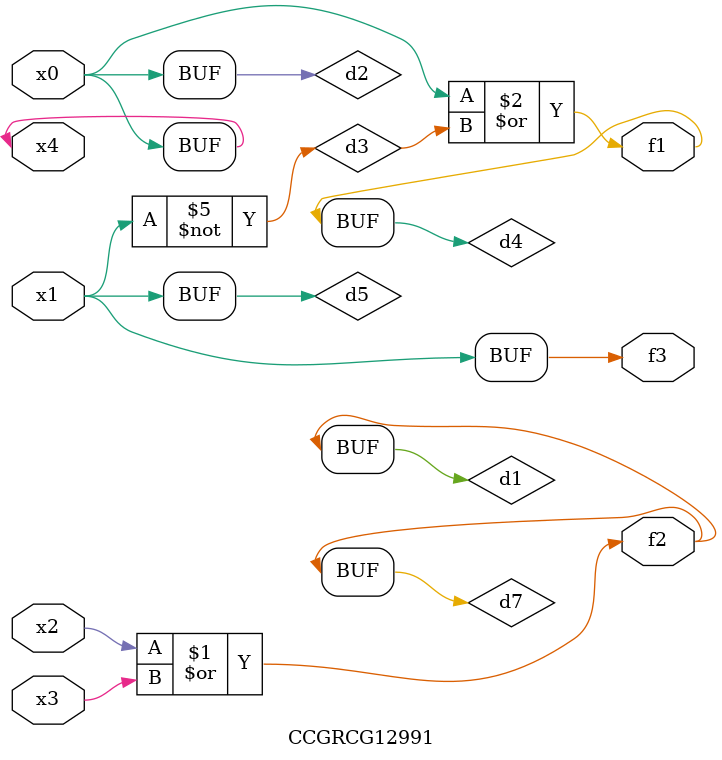
<source format=v>
module CCGRCG12991(
	input x0, x1, x2, x3, x4,
	output f1, f2, f3
);

	wire d1, d2, d3, d4, d5, d6, d7;

	or (d1, x2, x3);
	buf (d2, x0, x4);
	not (d3, x1);
	or (d4, d2, d3);
	not (d5, d3);
	nand (d6, d1, d3);
	or (d7, d1);
	assign f1 = d4;
	assign f2 = d7;
	assign f3 = d5;
endmodule

</source>
